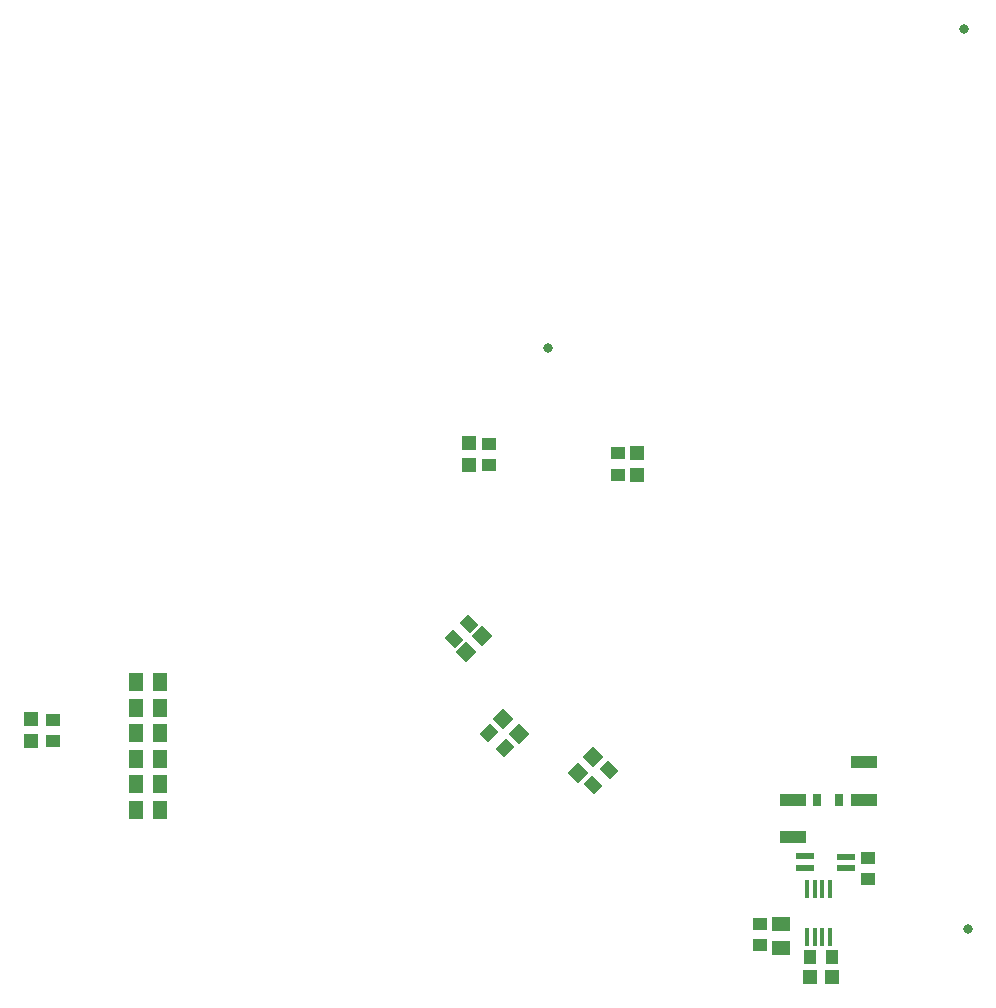
<source format=gbp>
%FSTAX23Y23*%
%MOIN*%
%SFA1B1*%

%IPPOS*%
%AMD33*
4,1,4,-0.031300,-0.002100,-0.002100,-0.031300,0.031300,0.002100,0.002100,0.031300,-0.031300,-0.002100,0.0*
%
%AMD68*
4,1,4,0.033400,0.000000,0.000000,0.033400,-0.033400,0.000000,0.000000,-0.033400,0.033400,0.000000,0.0*
%
%AMD69*
4,1,4,0.002100,-0.031300,0.031300,-0.002100,-0.002100,0.031300,-0.031300,0.002100,0.002100,-0.031300,0.0*
%
%AMD70*
4,1,4,0.000000,0.033400,-0.033400,0.000000,0.000000,-0.033400,0.033400,0.000000,0.000000,0.033400,0.0*
%
%ADD12C,0.032000*%
%ADD13R,0.047240X0.060000*%
%ADD14R,0.047240X0.041340*%
%ADD26R,0.041340X0.047240*%
%ADD27R,0.047240X0.047240*%
%ADD29R,0.060000X0.047240*%
%ADD30R,0.047240X0.047240*%
G04~CAMADD=33~9~0.0~0.0~413.4~472.4~0.0~0.0~0~0.0~0.0~0.0~0.0~0~0.0~0.0~0.0~0.0~0~0.0~0.0~0.0~135.0~626.0~625.0*
%ADD33D33*%
%ADD65R,0.017720X0.059060*%
%ADD66R,0.031500X0.041340*%
%ADD67R,0.086610X0.043310*%
G04~CAMADD=68~10~0.0~472.4~0.0~0.0~0.0~0.0~0~0.0~0.0~0.0~0.0~0~0.0~0.0~0.0~0.0~0~0.0~0.0~0.0~315.0~472.4~0.0*
%ADD68D68*%
G04~CAMADD=69~9~0.0~0.0~413.4~472.4~0.0~0.0~0~0.0~0.0~0.0~0.0~0~0.0~0.0~0.0~0.0~0~0.0~0.0~0.0~225.0~626.0~625.0*
%ADD69D69*%
G04~CAMADD=70~10~0.0~472.4~0.0~0.0~0.0~0.0~0~0.0~0.0~0.0~0.0~0~0.0~0.0~0.0~0.0~0~0.0~0.0~0.0~405.0~472.4~0.0*
%ADD70D70*%
%ADD71R,0.059060X0.022440*%
%LNpcb_obdh-1*%
%LPD*%
G54D12*
X05884Y03455D03*
X04485Y05389D03*
X05872Y06454D03*
G54D13*
X03193Y04277D03*
X03113D03*
X03193Y04192D03*
X03113D03*
X03193Y04107D03*
X03113D03*
X03193Y03852D03*
X03113D03*
X03193Y03937D03*
X03113D03*
X03193Y04022D03*
X03113D03*
G54D14*
X0519Y03472D03*
Y03399D03*
X0555Y03691D03*
Y03619D03*
X02836Y04079D03*
Y04152D03*
X04718Y05041D03*
Y04968D03*
X04288Y04999D03*
Y05072D03*
G54D26*
X0543Y03359D03*
X05358D03*
G54D27*
X05357Y03294D03*
X0543D03*
G54D29*
X05262Y03471D03*
Y03391D03*
G54D30*
X02761Y04153D03*
Y0408D03*
X04222Y05075D03*
Y05002D03*
X04783Y04966D03*
Y0504D03*
G54D33*
X04289Y04108D03*
X04341Y04056D03*
G54D65*
X05425Y03587D03*
X05399D03*
X05348D03*
X05374D03*
X05348Y03428D03*
X05374D03*
X05399D03*
X05425D03*
G54D66*
X05454Y03883D03*
X05382D03*
G54D67*
X05302Y03885D03*
Y03759D03*
X05537Y03883D03*
Y04009D03*
G54D68*
X04585Y03975D03*
X04636Y04027D03*
X04265Y04429D03*
X04213Y04377D03*
G54D69*
X04687Y03985D03*
X04636Y03933D03*
X0417Y04419D03*
X04221Y0447D03*
G54D70*
X04388Y04103D03*
X04336Y04155D03*
G54D71*
X05343Y03658D03*
Y03696D03*
X05478Y03657D03*
Y03695D03*
M02*
</source>
